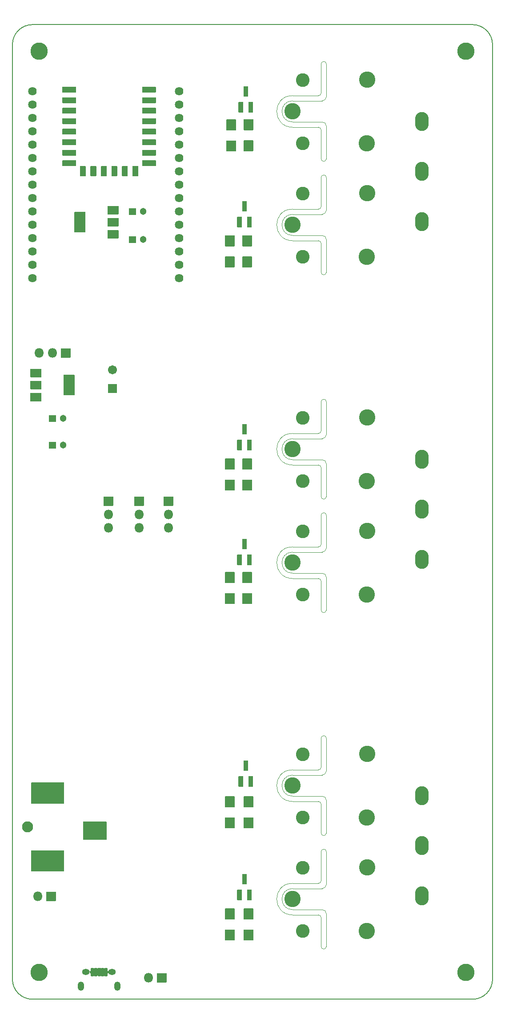
<source format=gbr>
G04 #@! TF.GenerationSoftware,KiCad,Pcbnew,(5.1.12-1-10_14)*
G04 #@! TF.CreationDate,2021-11-18T09:42:33+01:00*
G04 #@! TF.ProjectId,window-shutter-relay-esp8266,77696e64-6f77-42d7-9368-75747465722d,rev?*
G04 #@! TF.SameCoordinates,Original*
G04 #@! TF.FileFunction,Soldermask,Top*
G04 #@! TF.FilePolarity,Negative*
%FSLAX46Y46*%
G04 Gerber Fmt 4.6, Leading zero omitted, Abs format (unit mm)*
G04 Created by KiCad (PCBNEW (5.1.12-1-10_14)) date 2021-11-18 09:42:33*
%MOMM*%
%LPD*%
G01*
G04 APERTURE LIST*
G04 #@! TA.AperFunction,Profile*
%ADD10C,0.100000*%
G04 #@! TD*
G04 #@! TA.AperFunction,Profile*
%ADD11C,0.150000*%
G04 #@! TD*
%ADD12C,1.302000*%
%ADD13O,1.802000X1.802000*%
%ADD14O,2.602000X3.602000*%
%ADD15C,2.602000*%
%ADD16C,3.102000*%
%ADD17C,3.302000*%
%ADD18C,2.102000*%
%ADD19C,1.626000*%
%ADD20O,1.200000X1.750000*%
%ADD21O,1.450000X1.150000*%
%ADD22C,1.702000*%
%ADD23C,0.100000*%
G04 APERTURE END LIST*
D10*
X58997106Y-168369999D02*
G75*
G02*
X59790000Y-169162893I0J-792894D01*
G01*
X59790000Y-175370000D02*
X59790000Y-169162893D01*
X59790000Y-175370000D02*
G75*
G02*
X58790000Y-175370000I-500000J0D01*
G01*
X58790000Y-169870000D02*
X58790000Y-175370000D01*
X58290000Y-169370000D02*
G75*
G02*
X58790000Y-169870000I0J-500000D01*
G01*
X53340000Y-169370000D02*
X58290000Y-169370000D01*
X53340000Y-169370000D02*
G75*
G02*
X53340000Y-163370000I0J3000000D01*
G01*
X58290000Y-163370000D02*
X53340000Y-163370000D01*
X58790000Y-162870000D02*
G75*
G02*
X58290000Y-163370000I-500000J0D01*
G01*
X58790000Y-157369999D02*
X58790000Y-162870000D01*
X58789999Y-157369999D02*
G75*
G02*
X59789999Y-157369999I500000J0D01*
G01*
X59790000Y-163577106D02*
X59789999Y-157369999D01*
X59790000Y-163577106D02*
G75*
G02*
X58997106Y-164370000I-792894J0D01*
G01*
X53340000Y-164370000D02*
X58997106Y-164370000D01*
X53340000Y-168370000D02*
G75*
G02*
X53340000Y-164370000I0J2000000D01*
G01*
X58997106Y-168370000D02*
X53340000Y-168370000D01*
X58997106Y-146779999D02*
G75*
G02*
X59790000Y-147572893I0J-792894D01*
G01*
X59790000Y-153780000D02*
X59790000Y-147572893D01*
X59790000Y-153780000D02*
G75*
G02*
X58790000Y-153780000I-500000J0D01*
G01*
X58790000Y-148280000D02*
X58790000Y-153780000D01*
X58290000Y-147780000D02*
G75*
G02*
X58790000Y-148280000I0J-500000D01*
G01*
X53340000Y-147780000D02*
X58290000Y-147780000D01*
X53340000Y-147780000D02*
G75*
G02*
X53340000Y-141780000I0J3000000D01*
G01*
X58290000Y-141780000D02*
X53340000Y-141780000D01*
X58790000Y-141280000D02*
G75*
G02*
X58290000Y-141780000I-500000J0D01*
G01*
X58790000Y-135779999D02*
X58790000Y-141280000D01*
X58789999Y-135779999D02*
G75*
G02*
X59789999Y-135779999I500000J0D01*
G01*
X59790000Y-141987106D02*
X59789999Y-135779999D01*
X59790000Y-141987106D02*
G75*
G02*
X58997106Y-142780000I-792894J0D01*
G01*
X53340000Y-142780000D02*
X58997106Y-142780000D01*
X53340000Y-146780000D02*
G75*
G02*
X53340000Y-142780000I0J2000000D01*
G01*
X58997106Y-146780000D02*
X53340000Y-146780000D01*
X58997106Y-104361999D02*
G75*
G02*
X59790000Y-105154893I0J-792894D01*
G01*
X59790000Y-111362000D02*
X59790000Y-105154893D01*
X59790000Y-111362000D02*
G75*
G02*
X58790000Y-111362000I-500000J0D01*
G01*
X58790000Y-105862000D02*
X58790000Y-111362000D01*
X58290000Y-105362000D02*
G75*
G02*
X58790000Y-105862000I0J-500000D01*
G01*
X53340000Y-105362000D02*
X58290000Y-105362000D01*
X53340000Y-105362000D02*
G75*
G02*
X53340000Y-99362000I0J3000000D01*
G01*
X58290000Y-99362000D02*
X53340000Y-99362000D01*
X58790000Y-98862000D02*
G75*
G02*
X58290000Y-99362000I-500000J0D01*
G01*
X58790000Y-93361999D02*
X58790000Y-98862000D01*
X58789999Y-93361999D02*
G75*
G02*
X59789999Y-93361999I500000J0D01*
G01*
X59790000Y-99569106D02*
X59789999Y-93361999D01*
X59790000Y-99569106D02*
G75*
G02*
X58997106Y-100362000I-792894J0D01*
G01*
X53340000Y-100362000D02*
X58997106Y-100362000D01*
X53340000Y-104362000D02*
G75*
G02*
X53340000Y-100362000I0J2000000D01*
G01*
X58997106Y-104362000D02*
X53340000Y-104362000D01*
X58997106Y-82771999D02*
G75*
G02*
X59790000Y-83564893I0J-792894D01*
G01*
X59790000Y-89772000D02*
X59790000Y-83564893D01*
X59790000Y-89772000D02*
G75*
G02*
X58790000Y-89772000I-500000J0D01*
G01*
X58790000Y-84272000D02*
X58790000Y-89772000D01*
X58290000Y-83772000D02*
G75*
G02*
X58790000Y-84272000I0J-500000D01*
G01*
X53340000Y-83772000D02*
X58290000Y-83772000D01*
X53340000Y-83772000D02*
G75*
G02*
X53340000Y-77772000I0J3000000D01*
G01*
X58290000Y-77772000D02*
X53340000Y-77772000D01*
X58790000Y-77272000D02*
G75*
G02*
X58290000Y-77772000I-500000J0D01*
G01*
X58790000Y-71771999D02*
X58790000Y-77272000D01*
X58789999Y-71771999D02*
G75*
G02*
X59789999Y-71771999I500000J0D01*
G01*
X59790000Y-77979106D02*
X59789999Y-71771999D01*
X59790000Y-77979106D02*
G75*
G02*
X58997106Y-78772000I-792894J0D01*
G01*
X53340000Y-78772000D02*
X58997106Y-78772000D01*
X53340000Y-82772000D02*
G75*
G02*
X53340000Y-78772000I0J2000000D01*
G01*
X58997106Y-82772000D02*
X53340000Y-82772000D01*
X58997106Y-40099999D02*
G75*
G02*
X59790000Y-40892893I0J-792894D01*
G01*
X59790000Y-47100000D02*
X59790000Y-40892893D01*
X59790000Y-47100000D02*
G75*
G02*
X58790000Y-47100000I-500000J0D01*
G01*
X58790000Y-41600000D02*
X58790000Y-47100000D01*
X58290000Y-41100000D02*
G75*
G02*
X58790000Y-41600000I0J-500000D01*
G01*
X53340000Y-41100000D02*
X58290000Y-41100000D01*
X53340000Y-41100000D02*
G75*
G02*
X53340000Y-35100000I0J3000000D01*
G01*
X58290000Y-35100000D02*
X53340000Y-35100000D01*
X58790000Y-34600000D02*
G75*
G02*
X58290000Y-35100000I-500000J0D01*
G01*
X58790000Y-29099999D02*
X58790000Y-34600000D01*
X58789999Y-29099999D02*
G75*
G02*
X59789999Y-29099999I500000J0D01*
G01*
X59790000Y-35307106D02*
X59789999Y-29099999D01*
X59790000Y-35307106D02*
G75*
G02*
X58997106Y-36100000I-792894J0D01*
G01*
X53340000Y-36100000D02*
X58997106Y-36100000D01*
X53340000Y-40100000D02*
G75*
G02*
X53340000Y-36100000I0J2000000D01*
G01*
X58997106Y-40100000D02*
X53340000Y-40100000D01*
X58997106Y-18509999D02*
G75*
G02*
X59790000Y-19302893I0J-792894D01*
G01*
X59790000Y-25510000D02*
X59790000Y-19302893D01*
X59790000Y-25510000D02*
G75*
G02*
X58790000Y-25510000I-500000J0D01*
G01*
X58790000Y-20010000D02*
X58790000Y-25510000D01*
X58290000Y-19510000D02*
G75*
G02*
X58790000Y-20010000I0J-500000D01*
G01*
X53340000Y-19510000D02*
X58290000Y-19510000D01*
X53340000Y-19510000D02*
G75*
G02*
X53340000Y-13510000I0J3000000D01*
G01*
X58290000Y-13510000D02*
X53340000Y-13510000D01*
X58790000Y-13010000D02*
G75*
G02*
X58290000Y-13510000I-500000J0D01*
G01*
X58790000Y-7509999D02*
X58790000Y-13010000D01*
X58789999Y-7509999D02*
G75*
G02*
X59789999Y-7509999I500000J0D01*
G01*
X59790000Y-13717106D02*
X59789999Y-7509999D01*
X59790000Y-13717106D02*
G75*
G02*
X58997106Y-14510000I-792894J0D01*
G01*
X53340000Y-14510000D02*
X58997106Y-14510000D01*
X53340000Y-18510000D02*
G75*
G02*
X53340000Y-14510000I0J2000000D01*
G01*
X58997106Y-18510000D02*
X53340000Y-18510000D01*
D11*
X91440000Y-181610000D02*
X91440000Y-3810000D01*
X3810000Y-185420000D02*
G75*
G02*
X0Y-181610000I0J3810000D01*
G01*
X91440000Y-181610000D02*
G75*
G02*
X87630000Y-185420000I-3810000J0D01*
G01*
X87630000Y0D02*
G75*
G02*
X91440000Y-3810000I0J-3810000D01*
G01*
X0Y-3810000D02*
G75*
G02*
X3810000Y0I3810000J0D01*
G01*
X0Y-3810000D02*
X0Y-181610000D01*
X87630000Y0D02*
X3810000Y0D01*
X3810000Y-185420000D02*
X87630000Y-185420000D01*
D10*
X58997106Y-168369999D02*
G75*
G02*
X59790000Y-169162893I0J-792894D01*
G01*
X59790000Y-175370000D02*
X59790000Y-169162893D01*
X59790000Y-175370000D02*
G75*
G02*
X58790000Y-175370000I-500000J0D01*
G01*
X58790000Y-169870000D02*
X58790000Y-175370000D01*
X58290000Y-169370000D02*
G75*
G02*
X58790000Y-169870000I0J-500000D01*
G01*
X53340000Y-169370000D02*
X58290000Y-169370000D01*
X53340000Y-169370000D02*
G75*
G02*
X53340000Y-163370000I0J3000000D01*
G01*
X58290000Y-163370000D02*
X53340000Y-163370000D01*
X58790000Y-162870000D02*
G75*
G02*
X58290000Y-163370000I-500000J0D01*
G01*
X58790000Y-157369999D02*
X58790000Y-162870000D01*
X58789999Y-157369999D02*
G75*
G02*
X59789999Y-157369999I500000J0D01*
G01*
X59790000Y-163577106D02*
X59789999Y-157369999D01*
X59790000Y-163577106D02*
G75*
G02*
X58997106Y-164370000I-792894J0D01*
G01*
X53340000Y-164370000D02*
X58997106Y-164370000D01*
X53340000Y-168370000D02*
G75*
G02*
X53340000Y-164370000I0J2000000D01*
G01*
X58997106Y-168370000D02*
X53340000Y-168370000D01*
X58997106Y-146779999D02*
G75*
G02*
X59790000Y-147572893I0J-792894D01*
G01*
X59790000Y-153780000D02*
X59790000Y-147572893D01*
X59790000Y-153780000D02*
G75*
G02*
X58790000Y-153780000I-500000J0D01*
G01*
X58790000Y-148280000D02*
X58790000Y-153780000D01*
X58290000Y-147780000D02*
G75*
G02*
X58790000Y-148280000I0J-500000D01*
G01*
X53340000Y-147780000D02*
X58290000Y-147780000D01*
X53340000Y-147780000D02*
G75*
G02*
X53340000Y-141780000I0J3000000D01*
G01*
X58290000Y-141780000D02*
X53340000Y-141780000D01*
X58790000Y-141280000D02*
G75*
G02*
X58290000Y-141780000I-500000J0D01*
G01*
X58790000Y-135779999D02*
X58790000Y-141280000D01*
X58789999Y-135779999D02*
G75*
G02*
X59789999Y-135779999I500000J0D01*
G01*
X59790000Y-141987106D02*
X59789999Y-135779999D01*
X59790000Y-141987106D02*
G75*
G02*
X58997106Y-142780000I-792894J0D01*
G01*
X53340000Y-142780000D02*
X58997106Y-142780000D01*
X53340000Y-146780000D02*
G75*
G02*
X53340000Y-142780000I0J2000000D01*
G01*
X58997106Y-146780000D02*
X53340000Y-146780000D01*
X58997106Y-104361999D02*
G75*
G02*
X59790000Y-105154893I0J-792894D01*
G01*
X59790000Y-111362000D02*
X59790000Y-105154893D01*
X59790000Y-111362000D02*
G75*
G02*
X58790000Y-111362000I-500000J0D01*
G01*
X58790000Y-105862000D02*
X58790000Y-111362000D01*
X58290000Y-105362000D02*
G75*
G02*
X58790000Y-105862000I0J-500000D01*
G01*
X53340000Y-105362000D02*
X58290000Y-105362000D01*
X53340000Y-105362000D02*
G75*
G02*
X53340000Y-99362000I0J3000000D01*
G01*
X58290000Y-99362000D02*
X53340000Y-99362000D01*
X58790000Y-98862000D02*
G75*
G02*
X58290000Y-99362000I-500000J0D01*
G01*
X58790000Y-93361999D02*
X58790000Y-98862000D01*
X58789999Y-93361999D02*
G75*
G02*
X59789999Y-93361999I500000J0D01*
G01*
X59790000Y-99569106D02*
X59789999Y-93361999D01*
X59790000Y-99569106D02*
G75*
G02*
X58997106Y-100362000I-792894J0D01*
G01*
X53340000Y-100362000D02*
X58997106Y-100362000D01*
X53340000Y-104362000D02*
G75*
G02*
X53340000Y-100362000I0J2000000D01*
G01*
X58997106Y-104362000D02*
X53340000Y-104362000D01*
X58997106Y-82771999D02*
G75*
G02*
X59790000Y-83564893I0J-792894D01*
G01*
X59790000Y-89772000D02*
X59790000Y-83564893D01*
X59790000Y-89772000D02*
G75*
G02*
X58790000Y-89772000I-500000J0D01*
G01*
X58790000Y-84272000D02*
X58790000Y-89772000D01*
X58290000Y-83772000D02*
G75*
G02*
X58790000Y-84272000I0J-500000D01*
G01*
X53340000Y-83772000D02*
X58290000Y-83772000D01*
X53340000Y-83772000D02*
G75*
G02*
X53340000Y-77772000I0J3000000D01*
G01*
X58290000Y-77772000D02*
X53340000Y-77772000D01*
X58790000Y-77272000D02*
G75*
G02*
X58290000Y-77772000I-500000J0D01*
G01*
X58790000Y-71771999D02*
X58790000Y-77272000D01*
X58789999Y-71771999D02*
G75*
G02*
X59789999Y-71771999I500000J0D01*
G01*
X59790000Y-77979106D02*
X59789999Y-71771999D01*
X59790000Y-77979106D02*
G75*
G02*
X58997106Y-78772000I-792894J0D01*
G01*
X53340000Y-78772000D02*
X58997106Y-78772000D01*
X53340000Y-82772000D02*
G75*
G02*
X53340000Y-78772000I0J2000000D01*
G01*
X58997106Y-82772000D02*
X53340000Y-82772000D01*
X58997106Y-40099999D02*
G75*
G02*
X59790000Y-40892893I0J-792894D01*
G01*
X59790000Y-47100000D02*
X59790000Y-40892893D01*
X59790000Y-47100000D02*
G75*
G02*
X58790000Y-47100000I-500000J0D01*
G01*
X58790000Y-41600000D02*
X58790000Y-47100000D01*
X58290000Y-41100000D02*
G75*
G02*
X58790000Y-41600000I0J-500000D01*
G01*
X53340000Y-41100000D02*
X58290000Y-41100000D01*
X53340000Y-41100000D02*
G75*
G02*
X53340000Y-35100000I0J3000000D01*
G01*
X58290000Y-35100000D02*
X53340000Y-35100000D01*
X58790000Y-34600000D02*
G75*
G02*
X58290000Y-35100000I-500000J0D01*
G01*
X58790000Y-29099999D02*
X58790000Y-34600000D01*
X58789999Y-29099999D02*
G75*
G02*
X59789999Y-29099999I500000J0D01*
G01*
X59790000Y-35307106D02*
X59789999Y-29099999D01*
X59790000Y-35307106D02*
G75*
G02*
X58997106Y-36100000I-792894J0D01*
G01*
X53340000Y-36100000D02*
X58997106Y-36100000D01*
X53340000Y-40100000D02*
G75*
G02*
X53340000Y-36100000I0J2000000D01*
G01*
X58997106Y-40100000D02*
X53340000Y-40100000D01*
X58997106Y-18509999D02*
G75*
G02*
X59790000Y-19302893I0J-792894D01*
G01*
X59790000Y-25510000D02*
X59790000Y-19302893D01*
X59790000Y-25510000D02*
G75*
G02*
X58790000Y-25510000I-500000J0D01*
G01*
X58790000Y-20010000D02*
X58790000Y-25510000D01*
X58290000Y-19510000D02*
G75*
G02*
X58790000Y-20010000I0J-500000D01*
G01*
X53340000Y-19510000D02*
X58290000Y-19510000D01*
X53340000Y-19510000D02*
G75*
G02*
X53340000Y-13510000I0J3000000D01*
G01*
X58290000Y-13510000D02*
X53340000Y-13510000D01*
X58790000Y-13010000D02*
G75*
G02*
X58290000Y-13510000I-500000J0D01*
G01*
X58790000Y-7509999D02*
X58790000Y-13010000D01*
X58789999Y-7509999D02*
G75*
G02*
X59789999Y-7509999I500000J0D01*
G01*
X59790000Y-13717106D02*
X59789999Y-7509999D01*
X59790000Y-13717106D02*
G75*
G02*
X58997106Y-14510000I-792894J0D01*
G01*
X53340000Y-14510000D02*
X58997106Y-14510000D01*
X53340000Y-18510000D02*
G75*
G02*
X53340000Y-14510000I0J2000000D01*
G01*
X58997106Y-18510000D02*
X53340000Y-18510000D01*
D11*
X91440000Y-181610000D02*
X91440000Y-3810000D01*
X3810000Y-185420000D02*
G75*
G02*
X0Y-181610000I0J3810000D01*
G01*
X91440000Y-181610000D02*
G75*
G02*
X87630000Y-185420000I-3810000J0D01*
G01*
X87630000Y0D02*
G75*
G02*
X91440000Y-3810000I0J-3810000D01*
G01*
X0Y-3810000D02*
G75*
G02*
X3810000Y0I3810000J0D01*
G01*
X0Y-3810000D02*
X0Y-181610000D01*
X87630000Y0D02*
X3810000Y0D01*
X3810000Y-185420000D02*
X87630000Y-185420000D01*
G36*
G01*
X9514000Y-12875000D02*
X9514000Y-11875000D01*
G75*
G02*
X9565000Y-11824000I51000J0D01*
G01*
X12065000Y-11824000D01*
G75*
G02*
X12116000Y-11875000I0J-51000D01*
G01*
X12116000Y-12875000D01*
G75*
G02*
X12065000Y-12926000I-51000J0D01*
G01*
X9565000Y-12926000D01*
G75*
G02*
X9514000Y-12875000I0J51000D01*
G01*
G37*
G36*
G01*
X9514000Y-14875000D02*
X9514000Y-13875000D01*
G75*
G02*
X9565000Y-13824000I51000J0D01*
G01*
X12065000Y-13824000D01*
G75*
G02*
X12116000Y-13875000I0J-51000D01*
G01*
X12116000Y-14875000D01*
G75*
G02*
X12065000Y-14926000I-51000J0D01*
G01*
X9565000Y-14926000D01*
G75*
G02*
X9514000Y-14875000I0J51000D01*
G01*
G37*
G36*
G01*
X9514000Y-16875000D02*
X9514000Y-15875000D01*
G75*
G02*
X9565000Y-15824000I51000J0D01*
G01*
X12065000Y-15824000D01*
G75*
G02*
X12116000Y-15875000I0J-51000D01*
G01*
X12116000Y-16875000D01*
G75*
G02*
X12065000Y-16926000I-51000J0D01*
G01*
X9565000Y-16926000D01*
G75*
G02*
X9514000Y-16875000I0J51000D01*
G01*
G37*
G36*
G01*
X9514000Y-18875000D02*
X9514000Y-17875000D01*
G75*
G02*
X9565000Y-17824000I51000J0D01*
G01*
X12065000Y-17824000D01*
G75*
G02*
X12116000Y-17875000I0J-51000D01*
G01*
X12116000Y-18875000D01*
G75*
G02*
X12065000Y-18926000I-51000J0D01*
G01*
X9565000Y-18926000D01*
G75*
G02*
X9514000Y-18875000I0J51000D01*
G01*
G37*
G36*
G01*
X9514000Y-20875000D02*
X9514000Y-19875000D01*
G75*
G02*
X9565000Y-19824000I51000J0D01*
G01*
X12065000Y-19824000D01*
G75*
G02*
X12116000Y-19875000I0J-51000D01*
G01*
X12116000Y-20875000D01*
G75*
G02*
X12065000Y-20926000I-51000J0D01*
G01*
X9565000Y-20926000D01*
G75*
G02*
X9514000Y-20875000I0J51000D01*
G01*
G37*
G36*
G01*
X9514000Y-22875000D02*
X9514000Y-21875000D01*
G75*
G02*
X9565000Y-21824000I51000J0D01*
G01*
X12065000Y-21824000D01*
G75*
G02*
X12116000Y-21875000I0J-51000D01*
G01*
X12116000Y-22875000D01*
G75*
G02*
X12065000Y-22926000I-51000J0D01*
G01*
X9565000Y-22926000D01*
G75*
G02*
X9514000Y-22875000I0J51000D01*
G01*
G37*
G36*
G01*
X9514000Y-24875000D02*
X9514000Y-23875000D01*
G75*
G02*
X9565000Y-23824000I51000J0D01*
G01*
X12065000Y-23824000D01*
G75*
G02*
X12116000Y-23875000I0J-51000D01*
G01*
X12116000Y-24875000D01*
G75*
G02*
X12065000Y-24926000I-51000J0D01*
G01*
X9565000Y-24926000D01*
G75*
G02*
X9514000Y-24875000I0J51000D01*
G01*
G37*
G36*
G01*
X9514000Y-26875000D02*
X9514000Y-25875000D01*
G75*
G02*
X9565000Y-25824000I51000J0D01*
G01*
X12065000Y-25824000D01*
G75*
G02*
X12116000Y-25875000I0J-51000D01*
G01*
X12116000Y-26875000D01*
G75*
G02*
X12065000Y-26926000I-51000J0D01*
G01*
X9565000Y-26926000D01*
G75*
G02*
X9514000Y-26875000I0J51000D01*
G01*
G37*
G36*
G01*
X12864000Y-28775000D02*
X12864000Y-26975000D01*
G75*
G02*
X12915000Y-26924000I51000J0D01*
G01*
X13915000Y-26924000D01*
G75*
G02*
X13966000Y-26975000I0J-51000D01*
G01*
X13966000Y-28775000D01*
G75*
G02*
X13915000Y-28826000I-51000J0D01*
G01*
X12915000Y-28826000D01*
G75*
G02*
X12864000Y-28775000I0J51000D01*
G01*
G37*
G36*
G01*
X14864000Y-28775000D02*
X14864000Y-26975000D01*
G75*
G02*
X14915000Y-26924000I51000J0D01*
G01*
X15915000Y-26924000D01*
G75*
G02*
X15966000Y-26975000I0J-51000D01*
G01*
X15966000Y-28775000D01*
G75*
G02*
X15915000Y-28826000I-51000J0D01*
G01*
X14915000Y-28826000D01*
G75*
G02*
X14864000Y-28775000I0J51000D01*
G01*
G37*
G36*
G01*
X16864000Y-28775000D02*
X16864000Y-26975000D01*
G75*
G02*
X16915000Y-26924000I51000J0D01*
G01*
X17915000Y-26924000D01*
G75*
G02*
X17966000Y-26975000I0J-51000D01*
G01*
X17966000Y-28775000D01*
G75*
G02*
X17915000Y-28826000I-51000J0D01*
G01*
X16915000Y-28826000D01*
G75*
G02*
X16864000Y-28775000I0J51000D01*
G01*
G37*
G36*
G01*
X18864000Y-28775000D02*
X18864000Y-26975000D01*
G75*
G02*
X18915000Y-26924000I51000J0D01*
G01*
X19915000Y-26924000D01*
G75*
G02*
X19966000Y-26975000I0J-51000D01*
G01*
X19966000Y-28775000D01*
G75*
G02*
X19915000Y-28826000I-51000J0D01*
G01*
X18915000Y-28826000D01*
G75*
G02*
X18864000Y-28775000I0J51000D01*
G01*
G37*
G36*
G01*
X20864000Y-28775000D02*
X20864000Y-26975000D01*
G75*
G02*
X20915000Y-26924000I51000J0D01*
G01*
X21915000Y-26924000D01*
G75*
G02*
X21966000Y-26975000I0J-51000D01*
G01*
X21966000Y-28775000D01*
G75*
G02*
X21915000Y-28826000I-51000J0D01*
G01*
X20915000Y-28826000D01*
G75*
G02*
X20864000Y-28775000I0J51000D01*
G01*
G37*
G36*
G01*
X22864000Y-28775000D02*
X22864000Y-26975000D01*
G75*
G02*
X22915000Y-26924000I51000J0D01*
G01*
X23915000Y-26924000D01*
G75*
G02*
X23966000Y-26975000I0J-51000D01*
G01*
X23966000Y-28775000D01*
G75*
G02*
X23915000Y-28826000I-51000J0D01*
G01*
X22915000Y-28826000D01*
G75*
G02*
X22864000Y-28775000I0J51000D01*
G01*
G37*
G36*
G01*
X24714000Y-26875000D02*
X24714000Y-25875000D01*
G75*
G02*
X24765000Y-25824000I51000J0D01*
G01*
X27265000Y-25824000D01*
G75*
G02*
X27316000Y-25875000I0J-51000D01*
G01*
X27316000Y-26875000D01*
G75*
G02*
X27265000Y-26926000I-51000J0D01*
G01*
X24765000Y-26926000D01*
G75*
G02*
X24714000Y-26875000I0J51000D01*
G01*
G37*
G36*
G01*
X24714000Y-24875000D02*
X24714000Y-23875000D01*
G75*
G02*
X24765000Y-23824000I51000J0D01*
G01*
X27265000Y-23824000D01*
G75*
G02*
X27316000Y-23875000I0J-51000D01*
G01*
X27316000Y-24875000D01*
G75*
G02*
X27265000Y-24926000I-51000J0D01*
G01*
X24765000Y-24926000D01*
G75*
G02*
X24714000Y-24875000I0J51000D01*
G01*
G37*
G36*
G01*
X24714000Y-22875000D02*
X24714000Y-21875000D01*
G75*
G02*
X24765000Y-21824000I51000J0D01*
G01*
X27265000Y-21824000D01*
G75*
G02*
X27316000Y-21875000I0J-51000D01*
G01*
X27316000Y-22875000D01*
G75*
G02*
X27265000Y-22926000I-51000J0D01*
G01*
X24765000Y-22926000D01*
G75*
G02*
X24714000Y-22875000I0J51000D01*
G01*
G37*
G36*
G01*
X24714000Y-20875000D02*
X24714000Y-19875000D01*
G75*
G02*
X24765000Y-19824000I51000J0D01*
G01*
X27265000Y-19824000D01*
G75*
G02*
X27316000Y-19875000I0J-51000D01*
G01*
X27316000Y-20875000D01*
G75*
G02*
X27265000Y-20926000I-51000J0D01*
G01*
X24765000Y-20926000D01*
G75*
G02*
X24714000Y-20875000I0J51000D01*
G01*
G37*
G36*
G01*
X24714000Y-18875000D02*
X24714000Y-17875000D01*
G75*
G02*
X24765000Y-17824000I51000J0D01*
G01*
X27265000Y-17824000D01*
G75*
G02*
X27316000Y-17875000I0J-51000D01*
G01*
X27316000Y-18875000D01*
G75*
G02*
X27265000Y-18926000I-51000J0D01*
G01*
X24765000Y-18926000D01*
G75*
G02*
X24714000Y-18875000I0J51000D01*
G01*
G37*
G36*
G01*
X24714000Y-16875000D02*
X24714000Y-15875000D01*
G75*
G02*
X24765000Y-15824000I51000J0D01*
G01*
X27265000Y-15824000D01*
G75*
G02*
X27316000Y-15875000I0J-51000D01*
G01*
X27316000Y-16875000D01*
G75*
G02*
X27265000Y-16926000I-51000J0D01*
G01*
X24765000Y-16926000D01*
G75*
G02*
X24714000Y-16875000I0J51000D01*
G01*
G37*
G36*
G01*
X24714000Y-14875000D02*
X24714000Y-13875000D01*
G75*
G02*
X24765000Y-13824000I51000J0D01*
G01*
X27265000Y-13824000D01*
G75*
G02*
X27316000Y-13875000I0J-51000D01*
G01*
X27316000Y-14875000D01*
G75*
G02*
X27265000Y-14926000I-51000J0D01*
G01*
X24765000Y-14926000D01*
G75*
G02*
X24714000Y-14875000I0J51000D01*
G01*
G37*
G36*
G01*
X24714000Y-12875000D02*
X24714000Y-11875000D01*
G75*
G02*
X24765000Y-11824000I51000J0D01*
G01*
X27265000Y-11824000D01*
G75*
G02*
X27316000Y-11875000I0J-51000D01*
G01*
X27316000Y-12875000D01*
G75*
G02*
X27265000Y-12926000I-51000J0D01*
G01*
X24765000Y-12926000D01*
G75*
G02*
X24714000Y-12875000I0J51000D01*
G01*
G37*
G36*
G01*
X22209000Y-36160001D02*
X22209000Y-34959999D01*
G75*
G02*
X22259999Y-34909000I50999J0D01*
G01*
X23460001Y-34909000D01*
G75*
G02*
X23511000Y-34959999I0J-50999D01*
G01*
X23511000Y-36160001D01*
G75*
G02*
X23460001Y-36211000I-50999J0D01*
G01*
X22259999Y-36211000D01*
G75*
G02*
X22209000Y-36160001I0J50999D01*
G01*
G37*
D12*
X24860000Y-35560000D03*
G36*
G01*
X22209000Y-41494001D02*
X22209000Y-40293999D01*
G75*
G02*
X22259999Y-40243000I50999J0D01*
G01*
X23460001Y-40243000D01*
G75*
G02*
X23511000Y-40293999I0J-50999D01*
G01*
X23511000Y-41494001D01*
G75*
G02*
X23460001Y-41545000I-50999J0D01*
G01*
X22259999Y-41545000D01*
G75*
G02*
X22209000Y-41494001I0J50999D01*
G01*
G37*
X24860000Y-40894000D03*
G36*
G01*
X13903000Y-35692000D02*
X13903000Y-39492000D01*
G75*
G02*
X13852000Y-39543000I-51000J0D01*
G01*
X11852000Y-39543000D01*
G75*
G02*
X11801000Y-39492000I0J51000D01*
G01*
X11801000Y-35692000D01*
G75*
G02*
X11852000Y-35641000I51000J0D01*
G01*
X13852000Y-35641000D01*
G75*
G02*
X13903000Y-35692000I0J-51000D01*
G01*
G37*
G36*
G01*
X20203000Y-36842000D02*
X20203000Y-38342000D01*
G75*
G02*
X20152000Y-38393000I-51000J0D01*
G01*
X18152000Y-38393000D01*
G75*
G02*
X18101000Y-38342000I0J51000D01*
G01*
X18101000Y-36842000D01*
G75*
G02*
X18152000Y-36791000I51000J0D01*
G01*
X20152000Y-36791000D01*
G75*
G02*
X20203000Y-36842000I0J-51000D01*
G01*
G37*
G36*
G01*
X20203000Y-34542000D02*
X20203000Y-36042000D01*
G75*
G02*
X20152000Y-36093000I-51000J0D01*
G01*
X18152000Y-36093000D01*
G75*
G02*
X18101000Y-36042000I0J51000D01*
G01*
X18101000Y-34542000D01*
G75*
G02*
X18152000Y-34491000I51000J0D01*
G01*
X20152000Y-34491000D01*
G75*
G02*
X20203000Y-34542000I0J-51000D01*
G01*
G37*
G36*
G01*
X20203000Y-39142000D02*
X20203000Y-40642000D01*
G75*
G02*
X20152000Y-40693000I-51000J0D01*
G01*
X18152000Y-40693000D01*
G75*
G02*
X18101000Y-40642000I0J51000D01*
G01*
X18101000Y-39142000D01*
G75*
G02*
X18152000Y-39091000I51000J0D01*
G01*
X20152000Y-39091000D01*
G75*
G02*
X20203000Y-39142000I0J-51000D01*
G01*
G37*
G36*
G01*
X9310000Y-61583000D02*
X11010000Y-61583000D01*
G75*
G02*
X11061000Y-61634000I0J-51000D01*
G01*
X11061000Y-63334000D01*
G75*
G02*
X11010000Y-63385000I-51000J0D01*
G01*
X9310000Y-63385000D01*
G75*
G02*
X9259000Y-63334000I0J51000D01*
G01*
X9259000Y-61634000D01*
G75*
G02*
X9310000Y-61583000I51000J0D01*
G01*
G37*
D13*
X7620000Y-62484000D03*
X5080000Y-62484000D03*
G36*
G01*
X6516000Y-164961000D02*
X8216000Y-164961000D01*
G75*
G02*
X8267000Y-165012000I0J-51000D01*
G01*
X8267000Y-166712000D01*
G75*
G02*
X8216000Y-166763000I-51000J0D01*
G01*
X6516000Y-166763000D01*
G75*
G02*
X6465000Y-166712000I0J51000D01*
G01*
X6465000Y-165012000D01*
G75*
G02*
X6516000Y-164961000I51000J0D01*
G01*
G37*
X4826000Y-165862000D03*
D14*
X77978000Y-92202000D03*
X77978000Y-101702000D03*
X77978000Y-82702000D03*
X77978000Y-156210000D03*
X77978000Y-165710000D03*
X77978000Y-146710000D03*
X77978000Y-27940000D03*
X77978000Y-37440000D03*
X77978000Y-18440000D03*
D15*
X55290000Y-108412000D03*
D16*
X67490000Y-108412000D03*
X67540000Y-96362000D03*
D15*
X55290000Y-96412000D03*
D16*
X53340000Y-102362000D03*
D15*
X55290000Y-86822000D03*
D16*
X67490000Y-86822000D03*
X67540000Y-74772000D03*
D15*
X55290000Y-74822000D03*
D16*
X53340000Y-80772000D03*
D15*
X55290000Y-172420000D03*
D16*
X67490000Y-172420000D03*
X67540000Y-160370000D03*
D15*
X55290000Y-160420000D03*
D16*
X53340000Y-166370000D03*
D15*
X55290000Y-150830000D03*
D16*
X67490000Y-150830000D03*
X67540000Y-138780000D03*
D15*
X55290000Y-138830000D03*
D16*
X53340000Y-144780000D03*
D15*
X55290000Y-22560000D03*
D16*
X67490000Y-22560000D03*
X67540000Y-10510000D03*
D15*
X55290000Y-10560000D03*
D16*
X53340000Y-16510000D03*
D15*
X55290000Y-44150000D03*
D16*
X67490000Y-44150000D03*
X67540000Y-32100000D03*
D15*
X55290000Y-32150000D03*
D16*
X53340000Y-38100000D03*
D17*
X5080000Y-5080000D03*
X86360000Y-5080000D03*
X86360000Y-180340000D03*
X5080000Y-180340000D03*
G36*
G01*
X13506000Y-151653000D02*
X17906000Y-151653000D01*
G75*
G02*
X17957000Y-151704000I0J-51000D01*
G01*
X17957000Y-155004000D01*
G75*
G02*
X17906000Y-155055000I-51000J0D01*
G01*
X13506000Y-155055000D01*
G75*
G02*
X13455000Y-155004000I0J51000D01*
G01*
X13455000Y-151704000D01*
G75*
G02*
X13506000Y-151653000I51000J0D01*
G01*
G37*
G36*
G01*
X3606000Y-144203000D02*
X9806000Y-144203000D01*
G75*
G02*
X9857000Y-144254000I0J-51000D01*
G01*
X9857000Y-148154000D01*
G75*
G02*
X9806000Y-148205000I-51000J0D01*
G01*
X3606000Y-148205000D01*
G75*
G02*
X3555000Y-148154000I0J51000D01*
G01*
X3555000Y-144254000D01*
G75*
G02*
X3606000Y-144203000I51000J0D01*
G01*
G37*
G36*
G01*
X3606000Y-157103000D02*
X9806000Y-157103000D01*
G75*
G02*
X9857000Y-157154000I0J-51000D01*
G01*
X9857000Y-161054000D01*
G75*
G02*
X9806000Y-161105000I-51000J0D01*
G01*
X3606000Y-161105000D01*
G75*
G02*
X3555000Y-161054000I0J51000D01*
G01*
X3555000Y-157154000D01*
G75*
G02*
X3606000Y-157103000I51000J0D01*
G01*
G37*
D18*
X2906000Y-152654000D03*
G36*
G01*
X40806000Y-18031000D02*
X42506000Y-18031000D01*
G75*
G02*
X42557000Y-18082000I0J-51000D01*
G01*
X42557000Y-20082000D01*
G75*
G02*
X42506000Y-20133000I-51000J0D01*
G01*
X40806000Y-20133000D01*
G75*
G02*
X40755000Y-20082000I0J51000D01*
G01*
X40755000Y-18082000D01*
G75*
G02*
X40806000Y-18031000I51000J0D01*
G01*
G37*
G36*
G01*
X40806000Y-22031000D02*
X42506000Y-22031000D01*
G75*
G02*
X42557000Y-22082000I0J-51000D01*
G01*
X42557000Y-24082000D01*
G75*
G02*
X42506000Y-24133000I-51000J0D01*
G01*
X40806000Y-24133000D01*
G75*
G02*
X40755000Y-24082000I0J51000D01*
G01*
X40755000Y-22082000D01*
G75*
G02*
X40806000Y-22031000I51000J0D01*
G01*
G37*
G36*
G01*
X40552000Y-40097000D02*
X42252000Y-40097000D01*
G75*
G02*
X42303000Y-40148000I0J-51000D01*
G01*
X42303000Y-42148000D01*
G75*
G02*
X42252000Y-42199000I-51000J0D01*
G01*
X40552000Y-42199000D01*
G75*
G02*
X40501000Y-42148000I0J51000D01*
G01*
X40501000Y-40148000D01*
G75*
G02*
X40552000Y-40097000I51000J0D01*
G01*
G37*
G36*
G01*
X40552000Y-44097000D02*
X42252000Y-44097000D01*
G75*
G02*
X42303000Y-44148000I0J-51000D01*
G01*
X42303000Y-46148000D01*
G75*
G02*
X42252000Y-46199000I-51000J0D01*
G01*
X40552000Y-46199000D01*
G75*
G02*
X40501000Y-46148000I0J51000D01*
G01*
X40501000Y-44148000D01*
G75*
G02*
X40552000Y-44097000I51000J0D01*
G01*
G37*
G36*
G01*
X40552000Y-82547000D02*
X42252000Y-82547000D01*
G75*
G02*
X42303000Y-82598000I0J-51000D01*
G01*
X42303000Y-84598000D01*
G75*
G02*
X42252000Y-84649000I-51000J0D01*
G01*
X40552000Y-84649000D01*
G75*
G02*
X40501000Y-84598000I0J51000D01*
G01*
X40501000Y-82598000D01*
G75*
G02*
X40552000Y-82547000I51000J0D01*
G01*
G37*
G36*
G01*
X40552000Y-86547000D02*
X42252000Y-86547000D01*
G75*
G02*
X42303000Y-86598000I0J-51000D01*
G01*
X42303000Y-88598000D01*
G75*
G02*
X42252000Y-88649000I-51000J0D01*
G01*
X40552000Y-88649000D01*
G75*
G02*
X40501000Y-88598000I0J51000D01*
G01*
X40501000Y-86598000D01*
G75*
G02*
X40552000Y-86547000I51000J0D01*
G01*
G37*
G36*
G01*
X40552000Y-104137000D02*
X42252000Y-104137000D01*
G75*
G02*
X42303000Y-104188000I0J-51000D01*
G01*
X42303000Y-106188000D01*
G75*
G02*
X42252000Y-106239000I-51000J0D01*
G01*
X40552000Y-106239000D01*
G75*
G02*
X40501000Y-106188000I0J51000D01*
G01*
X40501000Y-104188000D01*
G75*
G02*
X40552000Y-104137000I51000J0D01*
G01*
G37*
G36*
G01*
X40552000Y-108137000D02*
X42252000Y-108137000D01*
G75*
G02*
X42303000Y-108188000I0J-51000D01*
G01*
X42303000Y-110188000D01*
G75*
G02*
X42252000Y-110239000I-51000J0D01*
G01*
X40552000Y-110239000D01*
G75*
G02*
X40501000Y-110188000I0J51000D01*
G01*
X40501000Y-108188000D01*
G75*
G02*
X40552000Y-108137000I51000J0D01*
G01*
G37*
G36*
G01*
X40552000Y-146809000D02*
X42252000Y-146809000D01*
G75*
G02*
X42303000Y-146860000I0J-51000D01*
G01*
X42303000Y-148860000D01*
G75*
G02*
X42252000Y-148911000I-51000J0D01*
G01*
X40552000Y-148911000D01*
G75*
G02*
X40501000Y-148860000I0J51000D01*
G01*
X40501000Y-146860000D01*
G75*
G02*
X40552000Y-146809000I51000J0D01*
G01*
G37*
G36*
G01*
X40552000Y-150809000D02*
X42252000Y-150809000D01*
G75*
G02*
X42303000Y-150860000I0J-51000D01*
G01*
X42303000Y-152860000D01*
G75*
G02*
X42252000Y-152911000I-51000J0D01*
G01*
X40552000Y-152911000D01*
G75*
G02*
X40501000Y-152860000I0J51000D01*
G01*
X40501000Y-150860000D01*
G75*
G02*
X40552000Y-150809000I51000J0D01*
G01*
G37*
G36*
G01*
X40552000Y-168145000D02*
X42252000Y-168145000D01*
G75*
G02*
X42303000Y-168196000I0J-51000D01*
G01*
X42303000Y-170196000D01*
G75*
G02*
X42252000Y-170247000I-51000J0D01*
G01*
X40552000Y-170247000D01*
G75*
G02*
X40501000Y-170196000I0J51000D01*
G01*
X40501000Y-168196000D01*
G75*
G02*
X40552000Y-168145000I51000J0D01*
G01*
G37*
G36*
G01*
X40552000Y-172145000D02*
X42252000Y-172145000D01*
G75*
G02*
X42303000Y-172196000I0J-51000D01*
G01*
X42303000Y-174196000D01*
G75*
G02*
X42252000Y-174247000I-51000J0D01*
G01*
X40552000Y-174247000D01*
G75*
G02*
X40501000Y-174196000I0J51000D01*
G01*
X40501000Y-172196000D01*
G75*
G02*
X40552000Y-172145000I51000J0D01*
G01*
G37*
G36*
G01*
X43900000Y-16725000D02*
X43100000Y-16725000D01*
G75*
G02*
X43049000Y-16674000I0J51000D01*
G01*
X43049000Y-14774000D01*
G75*
G02*
X43100000Y-14723000I51000J0D01*
G01*
X43900000Y-14723000D01*
G75*
G02*
X43951000Y-14774000I0J-51000D01*
G01*
X43951000Y-16674000D01*
G75*
G02*
X43900000Y-16725000I-51000J0D01*
G01*
G37*
G36*
G01*
X45800000Y-16725000D02*
X45000000Y-16725000D01*
G75*
G02*
X44949000Y-16674000I0J51000D01*
G01*
X44949000Y-14774000D01*
G75*
G02*
X45000000Y-14723000I51000J0D01*
G01*
X45800000Y-14723000D01*
G75*
G02*
X45851000Y-14774000I0J-51000D01*
G01*
X45851000Y-16674000D01*
G75*
G02*
X45800000Y-16725000I-51000J0D01*
G01*
G37*
G36*
G01*
X44850000Y-13725000D02*
X44050000Y-13725000D01*
G75*
G02*
X43999000Y-13674000I0J51000D01*
G01*
X43999000Y-11774000D01*
G75*
G02*
X44050000Y-11723000I51000J0D01*
G01*
X44850000Y-11723000D01*
G75*
G02*
X44901000Y-11774000I0J-51000D01*
G01*
X44901000Y-13674000D01*
G75*
G02*
X44850000Y-13725000I-51000J0D01*
G01*
G37*
G36*
G01*
X44596000Y-35569000D02*
X43796000Y-35569000D01*
G75*
G02*
X43745000Y-35518000I0J51000D01*
G01*
X43745000Y-33618000D01*
G75*
G02*
X43796000Y-33567000I51000J0D01*
G01*
X44596000Y-33567000D01*
G75*
G02*
X44647000Y-33618000I0J-51000D01*
G01*
X44647000Y-35518000D01*
G75*
G02*
X44596000Y-35569000I-51000J0D01*
G01*
G37*
G36*
G01*
X45546000Y-38569000D02*
X44746000Y-38569000D01*
G75*
G02*
X44695000Y-38518000I0J51000D01*
G01*
X44695000Y-36618000D01*
G75*
G02*
X44746000Y-36567000I51000J0D01*
G01*
X45546000Y-36567000D01*
G75*
G02*
X45597000Y-36618000I0J-51000D01*
G01*
X45597000Y-38518000D01*
G75*
G02*
X45546000Y-38569000I-51000J0D01*
G01*
G37*
G36*
G01*
X43646000Y-38569000D02*
X42846000Y-38569000D01*
G75*
G02*
X42795000Y-38518000I0J51000D01*
G01*
X42795000Y-36618000D01*
G75*
G02*
X42846000Y-36567000I51000J0D01*
G01*
X43646000Y-36567000D01*
G75*
G02*
X43697000Y-36618000I0J-51000D01*
G01*
X43697000Y-38518000D01*
G75*
G02*
X43646000Y-38569000I-51000J0D01*
G01*
G37*
G36*
G01*
X43646000Y-80987000D02*
X42846000Y-80987000D01*
G75*
G02*
X42795000Y-80936000I0J51000D01*
G01*
X42795000Y-79036000D01*
G75*
G02*
X42846000Y-78985000I51000J0D01*
G01*
X43646000Y-78985000D01*
G75*
G02*
X43697000Y-79036000I0J-51000D01*
G01*
X43697000Y-80936000D01*
G75*
G02*
X43646000Y-80987000I-51000J0D01*
G01*
G37*
G36*
G01*
X45546000Y-80987000D02*
X44746000Y-80987000D01*
G75*
G02*
X44695000Y-80936000I0J51000D01*
G01*
X44695000Y-79036000D01*
G75*
G02*
X44746000Y-78985000I51000J0D01*
G01*
X45546000Y-78985000D01*
G75*
G02*
X45597000Y-79036000I0J-51000D01*
G01*
X45597000Y-80936000D01*
G75*
G02*
X45546000Y-80987000I-51000J0D01*
G01*
G37*
G36*
G01*
X44596000Y-77987000D02*
X43796000Y-77987000D01*
G75*
G02*
X43745000Y-77936000I0J51000D01*
G01*
X43745000Y-76036000D01*
G75*
G02*
X43796000Y-75985000I51000J0D01*
G01*
X44596000Y-75985000D01*
G75*
G02*
X44647000Y-76036000I0J-51000D01*
G01*
X44647000Y-77936000D01*
G75*
G02*
X44596000Y-77987000I-51000J0D01*
G01*
G37*
G36*
G01*
X44596000Y-99831000D02*
X43796000Y-99831000D01*
G75*
G02*
X43745000Y-99780000I0J51000D01*
G01*
X43745000Y-97880000D01*
G75*
G02*
X43796000Y-97829000I51000J0D01*
G01*
X44596000Y-97829000D01*
G75*
G02*
X44647000Y-97880000I0J-51000D01*
G01*
X44647000Y-99780000D01*
G75*
G02*
X44596000Y-99831000I-51000J0D01*
G01*
G37*
G36*
G01*
X45546000Y-102831000D02*
X44746000Y-102831000D01*
G75*
G02*
X44695000Y-102780000I0J51000D01*
G01*
X44695000Y-100880000D01*
G75*
G02*
X44746000Y-100829000I51000J0D01*
G01*
X45546000Y-100829000D01*
G75*
G02*
X45597000Y-100880000I0J-51000D01*
G01*
X45597000Y-102780000D01*
G75*
G02*
X45546000Y-102831000I-51000J0D01*
G01*
G37*
G36*
G01*
X43646000Y-102831000D02*
X42846000Y-102831000D01*
G75*
G02*
X42795000Y-102780000I0J51000D01*
G01*
X42795000Y-100880000D01*
G75*
G02*
X42846000Y-100829000I51000J0D01*
G01*
X43646000Y-100829000D01*
G75*
G02*
X43697000Y-100880000I0J-51000D01*
G01*
X43697000Y-102780000D01*
G75*
G02*
X43646000Y-102831000I-51000J0D01*
G01*
G37*
G36*
G01*
X43900000Y-144995000D02*
X43100000Y-144995000D01*
G75*
G02*
X43049000Y-144944000I0J51000D01*
G01*
X43049000Y-143044000D01*
G75*
G02*
X43100000Y-142993000I51000J0D01*
G01*
X43900000Y-142993000D01*
G75*
G02*
X43951000Y-143044000I0J-51000D01*
G01*
X43951000Y-144944000D01*
G75*
G02*
X43900000Y-144995000I-51000J0D01*
G01*
G37*
G36*
G01*
X45800000Y-144995000D02*
X45000000Y-144995000D01*
G75*
G02*
X44949000Y-144944000I0J51000D01*
G01*
X44949000Y-143044000D01*
G75*
G02*
X45000000Y-142993000I51000J0D01*
G01*
X45800000Y-142993000D01*
G75*
G02*
X45851000Y-143044000I0J-51000D01*
G01*
X45851000Y-144944000D01*
G75*
G02*
X45800000Y-144995000I-51000J0D01*
G01*
G37*
G36*
G01*
X44850000Y-141995000D02*
X44050000Y-141995000D01*
G75*
G02*
X43999000Y-141944000I0J51000D01*
G01*
X43999000Y-140044000D01*
G75*
G02*
X44050000Y-139993000I51000J0D01*
G01*
X44850000Y-139993000D01*
G75*
G02*
X44901000Y-140044000I0J-51000D01*
G01*
X44901000Y-141944000D01*
G75*
G02*
X44850000Y-141995000I-51000J0D01*
G01*
G37*
G36*
G01*
X44596000Y-163585000D02*
X43796000Y-163585000D01*
G75*
G02*
X43745000Y-163534000I0J51000D01*
G01*
X43745000Y-161634000D01*
G75*
G02*
X43796000Y-161583000I51000J0D01*
G01*
X44596000Y-161583000D01*
G75*
G02*
X44647000Y-161634000I0J-51000D01*
G01*
X44647000Y-163534000D01*
G75*
G02*
X44596000Y-163585000I-51000J0D01*
G01*
G37*
G36*
G01*
X45546000Y-166585000D02*
X44746000Y-166585000D01*
G75*
G02*
X44695000Y-166534000I0J51000D01*
G01*
X44695000Y-164634000D01*
G75*
G02*
X44746000Y-164583000I51000J0D01*
G01*
X45546000Y-164583000D01*
G75*
G02*
X45597000Y-164634000I0J-51000D01*
G01*
X45597000Y-166534000D01*
G75*
G02*
X45546000Y-166585000I-51000J0D01*
G01*
G37*
G36*
G01*
X43646000Y-166585000D02*
X42846000Y-166585000D01*
G75*
G02*
X42795000Y-166534000I0J51000D01*
G01*
X42795000Y-164634000D01*
G75*
G02*
X42846000Y-164583000I51000J0D01*
G01*
X43646000Y-164583000D01*
G75*
G02*
X43697000Y-164634000I0J-51000D01*
G01*
X43697000Y-166534000D01*
G75*
G02*
X43646000Y-166585000I-51000J0D01*
G01*
G37*
G36*
G01*
X44108000Y-17999000D02*
X45808000Y-17999000D01*
G75*
G02*
X45859000Y-18050000I0J-51000D01*
G01*
X45859000Y-20050000D01*
G75*
G02*
X45808000Y-20101000I-51000J0D01*
G01*
X44108000Y-20101000D01*
G75*
G02*
X44057000Y-20050000I0J51000D01*
G01*
X44057000Y-18050000D01*
G75*
G02*
X44108000Y-17999000I51000J0D01*
G01*
G37*
G36*
G01*
X44108000Y-21999000D02*
X45808000Y-21999000D01*
G75*
G02*
X45859000Y-22050000I0J-51000D01*
G01*
X45859000Y-24050000D01*
G75*
G02*
X45808000Y-24101000I-51000J0D01*
G01*
X44108000Y-24101000D01*
G75*
G02*
X44057000Y-24050000I0J51000D01*
G01*
X44057000Y-22050000D01*
G75*
G02*
X44108000Y-21999000I51000J0D01*
G01*
G37*
G36*
G01*
X43854000Y-44097000D02*
X45554000Y-44097000D01*
G75*
G02*
X45605000Y-44148000I0J-51000D01*
G01*
X45605000Y-46148000D01*
G75*
G02*
X45554000Y-46199000I-51000J0D01*
G01*
X43854000Y-46199000D01*
G75*
G02*
X43803000Y-46148000I0J51000D01*
G01*
X43803000Y-44148000D01*
G75*
G02*
X43854000Y-44097000I51000J0D01*
G01*
G37*
G36*
G01*
X43854000Y-40097000D02*
X45554000Y-40097000D01*
G75*
G02*
X45605000Y-40148000I0J-51000D01*
G01*
X45605000Y-42148000D01*
G75*
G02*
X45554000Y-42199000I-51000J0D01*
G01*
X43854000Y-42199000D01*
G75*
G02*
X43803000Y-42148000I0J51000D01*
G01*
X43803000Y-40148000D01*
G75*
G02*
X43854000Y-40097000I51000J0D01*
G01*
G37*
G36*
G01*
X43854000Y-82547000D02*
X45554000Y-82547000D01*
G75*
G02*
X45605000Y-82598000I0J-51000D01*
G01*
X45605000Y-84598000D01*
G75*
G02*
X45554000Y-84649000I-51000J0D01*
G01*
X43854000Y-84649000D01*
G75*
G02*
X43803000Y-84598000I0J51000D01*
G01*
X43803000Y-82598000D01*
G75*
G02*
X43854000Y-82547000I51000J0D01*
G01*
G37*
G36*
G01*
X43854000Y-86547000D02*
X45554000Y-86547000D01*
G75*
G02*
X45605000Y-86598000I0J-51000D01*
G01*
X45605000Y-88598000D01*
G75*
G02*
X45554000Y-88649000I-51000J0D01*
G01*
X43854000Y-88649000D01*
G75*
G02*
X43803000Y-88598000I0J51000D01*
G01*
X43803000Y-86598000D01*
G75*
G02*
X43854000Y-86547000I51000J0D01*
G01*
G37*
G36*
G01*
X43854000Y-108137000D02*
X45554000Y-108137000D01*
G75*
G02*
X45605000Y-108188000I0J-51000D01*
G01*
X45605000Y-110188000D01*
G75*
G02*
X45554000Y-110239000I-51000J0D01*
G01*
X43854000Y-110239000D01*
G75*
G02*
X43803000Y-110188000I0J51000D01*
G01*
X43803000Y-108188000D01*
G75*
G02*
X43854000Y-108137000I51000J0D01*
G01*
G37*
G36*
G01*
X43854000Y-104137000D02*
X45554000Y-104137000D01*
G75*
G02*
X45605000Y-104188000I0J-51000D01*
G01*
X45605000Y-106188000D01*
G75*
G02*
X45554000Y-106239000I-51000J0D01*
G01*
X43854000Y-106239000D01*
G75*
G02*
X43803000Y-106188000I0J51000D01*
G01*
X43803000Y-104188000D01*
G75*
G02*
X43854000Y-104137000I51000J0D01*
G01*
G37*
G36*
G01*
X44108000Y-146809000D02*
X45808000Y-146809000D01*
G75*
G02*
X45859000Y-146860000I0J-51000D01*
G01*
X45859000Y-148860000D01*
G75*
G02*
X45808000Y-148911000I-51000J0D01*
G01*
X44108000Y-148911000D01*
G75*
G02*
X44057000Y-148860000I0J51000D01*
G01*
X44057000Y-146860000D01*
G75*
G02*
X44108000Y-146809000I51000J0D01*
G01*
G37*
G36*
G01*
X44108000Y-150809000D02*
X45808000Y-150809000D01*
G75*
G02*
X45859000Y-150860000I0J-51000D01*
G01*
X45859000Y-152860000D01*
G75*
G02*
X45808000Y-152911000I-51000J0D01*
G01*
X44108000Y-152911000D01*
G75*
G02*
X44057000Y-152860000I0J51000D01*
G01*
X44057000Y-150860000D01*
G75*
G02*
X44108000Y-150809000I51000J0D01*
G01*
G37*
G36*
G01*
X44108000Y-172145000D02*
X45808000Y-172145000D01*
G75*
G02*
X45859000Y-172196000I0J-51000D01*
G01*
X45859000Y-174196000D01*
G75*
G02*
X45808000Y-174247000I-51000J0D01*
G01*
X44108000Y-174247000D01*
G75*
G02*
X44057000Y-174196000I0J51000D01*
G01*
X44057000Y-172196000D01*
G75*
G02*
X44108000Y-172145000I51000J0D01*
G01*
G37*
G36*
G01*
X44108000Y-168145000D02*
X45808000Y-168145000D01*
G75*
G02*
X45859000Y-168196000I0J-51000D01*
G01*
X45859000Y-170196000D01*
G75*
G02*
X45808000Y-170247000I-51000J0D01*
G01*
X44108000Y-170247000D01*
G75*
G02*
X44057000Y-170196000I0J51000D01*
G01*
X44057000Y-168196000D01*
G75*
G02*
X44108000Y-168145000I51000J0D01*
G01*
G37*
G36*
G01*
X17387000Y-91528000D02*
X17387000Y-89828000D01*
G75*
G02*
X17438000Y-89777000I51000J0D01*
G01*
X19138000Y-89777000D01*
G75*
G02*
X19189000Y-89828000I0J-51000D01*
G01*
X19189000Y-91528000D01*
G75*
G02*
X19138000Y-91579000I-51000J0D01*
G01*
X17438000Y-91579000D01*
G75*
G02*
X17387000Y-91528000I0J51000D01*
G01*
G37*
D13*
X18288000Y-93218000D03*
X18288000Y-95758000D03*
X24130000Y-95758000D03*
X24130000Y-93218000D03*
G36*
G01*
X23229000Y-91528000D02*
X23229000Y-89828000D01*
G75*
G02*
X23280000Y-89777000I51000J0D01*
G01*
X24980000Y-89777000D01*
G75*
G02*
X25031000Y-89828000I0J-51000D01*
G01*
X25031000Y-91528000D01*
G75*
G02*
X24980000Y-91579000I-51000J0D01*
G01*
X23280000Y-91579000D01*
G75*
G02*
X23229000Y-91528000I0J51000D01*
G01*
G37*
X29718000Y-95758000D03*
X29718000Y-93218000D03*
G36*
G01*
X28817000Y-91528000D02*
X28817000Y-89828000D01*
G75*
G02*
X28868000Y-89777000I51000J0D01*
G01*
X30568000Y-89777000D01*
G75*
G02*
X30619000Y-89828000I0J-51000D01*
G01*
X30619000Y-91528000D01*
G75*
G02*
X30568000Y-91579000I-51000J0D01*
G01*
X28868000Y-91579000D01*
G75*
G02*
X28817000Y-91528000I0J51000D01*
G01*
G37*
D19*
X3810000Y-12700000D03*
X3810000Y-15240000D03*
X3810000Y-17780000D03*
X3810000Y-20320000D03*
X3810000Y-22860000D03*
X3810000Y-25400000D03*
X3810000Y-27940000D03*
X3810000Y-30480000D03*
X3810000Y-33020000D03*
X3810000Y-35560000D03*
X3810000Y-38100000D03*
X3810000Y-40640000D03*
X3810000Y-43180000D03*
X3810000Y-45720000D03*
X3810000Y-48260000D03*
X31750000Y-48260000D03*
X31750000Y-45720000D03*
X31750000Y-43180000D03*
X31750000Y-40640000D03*
X31750000Y-38100000D03*
X31750000Y-35560000D03*
X31750000Y-33020000D03*
X31750000Y-30480000D03*
X31750000Y-27940000D03*
X31750000Y-25400000D03*
X31750000Y-22860000D03*
X31750000Y-20320000D03*
X31750000Y-17780000D03*
X31750000Y-15240000D03*
X31750000Y-12700000D03*
G36*
G01*
X3419000Y-67030000D02*
X3419000Y-65530000D01*
G75*
G02*
X3470000Y-65479000I51000J0D01*
G01*
X5470000Y-65479000D01*
G75*
G02*
X5521000Y-65530000I0J-51000D01*
G01*
X5521000Y-67030000D01*
G75*
G02*
X5470000Y-67081000I-51000J0D01*
G01*
X3470000Y-67081000D01*
G75*
G02*
X3419000Y-67030000I0J51000D01*
G01*
G37*
G36*
G01*
X3419000Y-71630000D02*
X3419000Y-70130000D01*
G75*
G02*
X3470000Y-70079000I51000J0D01*
G01*
X5470000Y-70079000D01*
G75*
G02*
X5521000Y-70130000I0J-51000D01*
G01*
X5521000Y-71630000D01*
G75*
G02*
X5470000Y-71681000I-51000J0D01*
G01*
X3470000Y-71681000D01*
G75*
G02*
X3419000Y-71630000I0J51000D01*
G01*
G37*
G36*
G01*
X3419000Y-69330000D02*
X3419000Y-67830000D01*
G75*
G02*
X3470000Y-67779000I51000J0D01*
G01*
X5470000Y-67779000D01*
G75*
G02*
X5521000Y-67830000I0J-51000D01*
G01*
X5521000Y-69330000D01*
G75*
G02*
X5470000Y-69381000I-51000J0D01*
G01*
X3470000Y-69381000D01*
G75*
G02*
X3419000Y-69330000I0J51000D01*
G01*
G37*
G36*
G01*
X9719000Y-70480000D02*
X9719000Y-66680000D01*
G75*
G02*
X9770000Y-66629000I51000J0D01*
G01*
X11770000Y-66629000D01*
G75*
G02*
X11821000Y-66680000I0J-51000D01*
G01*
X11821000Y-70480000D01*
G75*
G02*
X11770000Y-70531000I-51000J0D01*
G01*
X9770000Y-70531000D01*
G75*
G02*
X9719000Y-70480000I0J51000D01*
G01*
G37*
D20*
X20010000Y-182960000D03*
X13010000Y-182960000D03*
D21*
X19010000Y-180260000D03*
X14010000Y-180260000D03*
G36*
G01*
X18010000Y-181035000D02*
X17610000Y-181035000D01*
G75*
G02*
X17510000Y-180935000I0J100000D01*
G01*
X17510000Y-179585000D01*
G75*
G02*
X17610000Y-179485000I100000J0D01*
G01*
X18010000Y-179485000D01*
G75*
G02*
X18110000Y-179585000I0J-100000D01*
G01*
X18110000Y-180935000D01*
G75*
G02*
X18010000Y-181035000I-100000J0D01*
G01*
G37*
G36*
G01*
X17360000Y-181035000D02*
X16960000Y-181035000D01*
G75*
G02*
X16860000Y-180935000I0J100000D01*
G01*
X16860000Y-179585000D01*
G75*
G02*
X16960000Y-179485000I100000J0D01*
G01*
X17360000Y-179485000D01*
G75*
G02*
X17460000Y-179585000I0J-100000D01*
G01*
X17460000Y-180935000D01*
G75*
G02*
X17360000Y-181035000I-100000J0D01*
G01*
G37*
G36*
G01*
X16710000Y-181035000D02*
X16310000Y-181035000D01*
G75*
G02*
X16210000Y-180935000I0J100000D01*
G01*
X16210000Y-179585000D01*
G75*
G02*
X16310000Y-179485000I100000J0D01*
G01*
X16710000Y-179485000D01*
G75*
G02*
X16810000Y-179585000I0J-100000D01*
G01*
X16810000Y-180935000D01*
G75*
G02*
X16710000Y-181035000I-100000J0D01*
G01*
G37*
G36*
G01*
X16060000Y-181035000D02*
X15660000Y-181035000D01*
G75*
G02*
X15560000Y-180935000I0J100000D01*
G01*
X15560000Y-179585000D01*
G75*
G02*
X15660000Y-179485000I100000J0D01*
G01*
X16060000Y-179485000D01*
G75*
G02*
X16160000Y-179585000I0J-100000D01*
G01*
X16160000Y-180935000D01*
G75*
G02*
X16060000Y-181035000I-100000J0D01*
G01*
G37*
G36*
G01*
X15410000Y-181035000D02*
X15010000Y-181035000D01*
G75*
G02*
X14910000Y-180935000I0J100000D01*
G01*
X14910000Y-179585000D01*
G75*
G02*
X15010000Y-179485000I100000J0D01*
G01*
X15410000Y-179485000D01*
G75*
G02*
X15510000Y-179585000I0J-100000D01*
G01*
X15510000Y-180935000D01*
G75*
G02*
X15410000Y-181035000I-100000J0D01*
G01*
G37*
D13*
X25908000Y-181356000D03*
G36*
G01*
X27598000Y-180455000D02*
X29298000Y-180455000D01*
G75*
G02*
X29349000Y-180506000I0J-51000D01*
G01*
X29349000Y-182206000D01*
G75*
G02*
X29298000Y-182257000I-51000J0D01*
G01*
X27598000Y-182257000D01*
G75*
G02*
X27547000Y-182206000I0J51000D01*
G01*
X27547000Y-180506000D01*
G75*
G02*
X27598000Y-180455000I51000J0D01*
G01*
G37*
D12*
X9620000Y-74930000D03*
G36*
G01*
X6969000Y-75530001D02*
X6969000Y-74329999D01*
G75*
G02*
X7019999Y-74279000I50999J0D01*
G01*
X8220001Y-74279000D01*
G75*
G02*
X8271000Y-74329999I0J-50999D01*
G01*
X8271000Y-75530001D01*
G75*
G02*
X8220001Y-75581000I-50999J0D01*
G01*
X7019999Y-75581000D01*
G75*
G02*
X6969000Y-75530001I0J50999D01*
G01*
G37*
G36*
G01*
X6969000Y-80610001D02*
X6969000Y-79409999D01*
G75*
G02*
X7019999Y-79359000I50999J0D01*
G01*
X8220001Y-79359000D01*
G75*
G02*
X8271000Y-79409999I0J-50999D01*
G01*
X8271000Y-80610001D01*
G75*
G02*
X8220001Y-80661000I-50999J0D01*
G01*
X7019999Y-80661000D01*
G75*
G02*
X6969000Y-80610001I0J50999D01*
G01*
G37*
X9620000Y-80010000D03*
G36*
G01*
X19850000Y-70066000D02*
X18250000Y-70066000D01*
G75*
G02*
X18199000Y-70015000I0J51000D01*
G01*
X18199000Y-68415000D01*
G75*
G02*
X18250000Y-68364000I51000J0D01*
G01*
X19850000Y-68364000D01*
G75*
G02*
X19901000Y-68415000I0J-51000D01*
G01*
X19901000Y-70015000D01*
G75*
G02*
X19850000Y-70066000I-51000J0D01*
G01*
G37*
D22*
X19050000Y-65715000D03*
D23*
G36*
X17511732Y-179484000D02*
G01*
X17512000Y-179485000D01*
X17512000Y-181035000D01*
X17511000Y-181036732D01*
X17510000Y-181037000D01*
X17460000Y-181037000D01*
X17458268Y-181036000D01*
X17458000Y-181035000D01*
X17458000Y-179485000D01*
X17459000Y-179483268D01*
X17460000Y-179483000D01*
X17510000Y-179483000D01*
X17511732Y-179484000D01*
G37*
G36*
X16861732Y-179484000D02*
G01*
X16862000Y-179485000D01*
X16862000Y-181035000D01*
X16861000Y-181036732D01*
X16860000Y-181037000D01*
X16810000Y-181037000D01*
X16808268Y-181036000D01*
X16808000Y-181035000D01*
X16808000Y-179485000D01*
X16809000Y-179483268D01*
X16810000Y-179483000D01*
X16860000Y-179483000D01*
X16861732Y-179484000D01*
G37*
G36*
X16211732Y-179484000D02*
G01*
X16212000Y-179485000D01*
X16212000Y-181035000D01*
X16211000Y-181036732D01*
X16210000Y-181037000D01*
X16160000Y-181037000D01*
X16158268Y-181036000D01*
X16158000Y-181035000D01*
X16158000Y-179485000D01*
X16159000Y-179483268D01*
X16160000Y-179483000D01*
X16210000Y-179483000D01*
X16211732Y-179484000D01*
G37*
G36*
X15561732Y-179484000D02*
G01*
X15562000Y-179485000D01*
X15562000Y-181035000D01*
X15561000Y-181036732D01*
X15560000Y-181037000D01*
X15510000Y-181037000D01*
X15508268Y-181036000D01*
X15508000Y-181035000D01*
X15508000Y-179485000D01*
X15509000Y-179483268D01*
X15510000Y-179483000D01*
X15560000Y-179483000D01*
X15561732Y-179484000D01*
G37*
G36*
X18111990Y-179951302D02*
G01*
X18114372Y-179975489D01*
X18121372Y-179998564D01*
X18132737Y-180019828D01*
X18148032Y-180038465D01*
X18166669Y-180053760D01*
X18187933Y-180065125D01*
X18211008Y-180072125D01*
X18234999Y-180074488D01*
X18258990Y-180072125D01*
X18282065Y-180065125D01*
X18303329Y-180053760D01*
X18321966Y-180038465D01*
X18337386Y-180019675D01*
X18339258Y-180018971D01*
X18340804Y-180020239D01*
X18340696Y-180021887D01*
X18330626Y-180040726D01*
X18298018Y-180148218D01*
X18287009Y-180260000D01*
X18298018Y-180371782D01*
X18330626Y-180479274D01*
X18343592Y-180503531D01*
X18343526Y-180505530D01*
X18341763Y-180506473D01*
X18340165Y-180505585D01*
X18330071Y-180490478D01*
X18313024Y-180473431D01*
X18292976Y-180460036D01*
X18270702Y-180450809D01*
X18247052Y-180446105D01*
X18222946Y-180446105D01*
X18199296Y-180450809D01*
X18177022Y-180460036D01*
X18156975Y-180473430D01*
X18139928Y-180490477D01*
X18126533Y-180510525D01*
X18117306Y-180532799D01*
X18112593Y-180556495D01*
X18111998Y-180568600D01*
X18110914Y-180570281D01*
X18108916Y-180570183D01*
X18108000Y-180568502D01*
X18108000Y-179951498D01*
X18109000Y-179949766D01*
X18111000Y-179949766D01*
X18111990Y-179951302D01*
G37*
G36*
X14911084Y-179949817D02*
G01*
X14912000Y-179951498D01*
X14912000Y-180568502D01*
X14911000Y-180570234D01*
X14909000Y-180570234D01*
X14908010Y-180568698D01*
X14905628Y-180544511D01*
X14898628Y-180521436D01*
X14887263Y-180500172D01*
X14871968Y-180481535D01*
X14853331Y-180466240D01*
X14832067Y-180454875D01*
X14808992Y-180447875D01*
X14785001Y-180445512D01*
X14761010Y-180447875D01*
X14737935Y-180454875D01*
X14716671Y-180466240D01*
X14698034Y-180481535D01*
X14682615Y-180500324D01*
X14680743Y-180501028D01*
X14679197Y-180499760D01*
X14679305Y-180498112D01*
X14689374Y-180479274D01*
X14721982Y-180371782D01*
X14732991Y-180260000D01*
X14721982Y-180148218D01*
X14689374Y-180040726D01*
X14676408Y-180016469D01*
X14676474Y-180014470D01*
X14678237Y-180013527D01*
X14679835Y-180014415D01*
X14689929Y-180029522D01*
X14706976Y-180046569D01*
X14727024Y-180059964D01*
X14749298Y-180069191D01*
X14772948Y-180073895D01*
X14797054Y-180073895D01*
X14820704Y-180069191D01*
X14842978Y-180059964D01*
X14863025Y-180046570D01*
X14880072Y-180029523D01*
X14893467Y-180009475D01*
X14902694Y-179987201D01*
X14907407Y-179963505D01*
X14908002Y-179951400D01*
X14909086Y-179949719D01*
X14911084Y-179949817D01*
G37*
M02*

</source>
